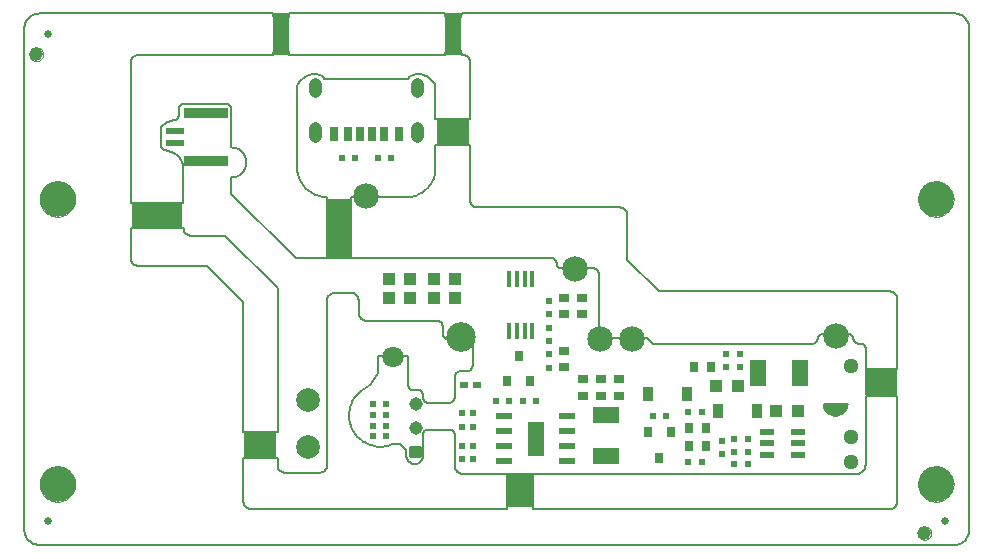
<source format=gts>
G75*
G70*
%OFA0B0*%
%FSLAX24Y24*%
%IPPOS*%
%LPD*%
%AMOC8*
5,1,8,0,0,1.08239X$1,22.5*
%
%ADD10C,0.0050*%
%ADD11R,0.1650X0.0850*%
%ADD12R,0.1100X0.0850*%
%ADD13R,0.0850X0.1150*%
%ADD14C,0.0000*%
%ADD15C,0.1181*%
%ADD16R,0.0550X0.1400*%
%ADD17R,0.0810X0.2000*%
%ADD18R,0.1050X0.0850*%
%ADD19R,0.0197X0.0220*%
%ADD20R,0.0220X0.0197*%
%ADD21R,0.0315X0.0472*%
%ADD22R,0.0250X0.0472*%
%ADD23C,0.0004*%
%ADD24C,0.0433*%
%ADD25C,0.0450*%
%ADD26C,0.0709*%
%ADD27C,0.0120*%
%ADD28R,0.0600X0.0236*%
%ADD29R,0.1450X0.0350*%
%ADD30C,0.0250*%
%ADD31C,0.0850*%
%ADD32R,0.0394X0.0433*%
%ADD33C,0.0984*%
%ADD34C,0.0512*%
%ADD35C,0.0787*%
%ADD36R,0.0250X0.0197*%
%ADD37R,0.0472X0.0217*%
%ADD38R,0.0358X0.0480*%
%ADD39R,0.0551X0.0906*%
%ADD40R,0.0157X0.0551*%
%ADD41R,0.0354X0.0250*%
%ADD42R,0.0315X0.0354*%
%ADD43C,0.0454*%
%ADD44R,0.0250X0.0354*%
%ADD45R,0.0551X0.0236*%
%ADD46R,0.0551X0.1181*%
%ADD47R,0.0906X0.0551*%
D10*
X001427Y000927D02*
X031912Y000927D01*
X031957Y000928D01*
X032000Y000934D01*
X032044Y000943D01*
X032086Y000956D01*
X032127Y000972D01*
X032166Y000992D01*
X032204Y001015D01*
X032239Y001042D01*
X032272Y001071D01*
X032302Y001104D01*
X032329Y001138D01*
X032353Y001175D01*
X032374Y001214D01*
X032392Y001255D01*
X032405Y001297D01*
X032415Y001340D01*
X032422Y001383D01*
X032424Y001427D01*
X032423Y001427D02*
X032423Y018144D01*
X032424Y018145D02*
X032421Y018188D01*
X032415Y018232D01*
X032405Y018275D01*
X032391Y018317D01*
X032374Y018357D01*
X032353Y018396D01*
X032329Y018433D01*
X032302Y018468D01*
X032271Y018500D01*
X032239Y018529D01*
X032203Y018555D01*
X032166Y018579D01*
X032127Y018598D01*
X032086Y018615D01*
X032043Y018627D01*
X032000Y018636D01*
X031957Y018642D01*
X031912Y018643D01*
X031912Y018642D02*
X015500Y018642D01*
X015500Y018614D01*
X015496Y018586D01*
X015489Y018559D01*
X015478Y018533D01*
X015464Y018509D01*
X015447Y018487D01*
X015427Y018467D01*
X015405Y018450D01*
X015381Y018436D01*
X015355Y018425D01*
X015328Y018418D01*
X015300Y018414D01*
X015150Y018414D01*
X015122Y018418D01*
X015095Y018425D01*
X015069Y018436D01*
X015045Y018450D01*
X015023Y018467D01*
X015003Y018487D01*
X014986Y018509D01*
X014972Y018533D01*
X014961Y018559D01*
X014954Y018586D01*
X014950Y018614D01*
X014950Y018642D01*
X009762Y018642D01*
X009762Y018614D01*
X009758Y018586D01*
X009751Y018559D01*
X009740Y018533D01*
X009726Y018509D01*
X009709Y018487D01*
X009689Y018467D01*
X009667Y018450D01*
X009643Y018436D01*
X009617Y018425D01*
X009590Y018418D01*
X009562Y018414D01*
X009412Y018414D01*
X009413Y018414D02*
X009384Y018418D01*
X009357Y018425D01*
X009331Y018435D01*
X009306Y018449D01*
X009283Y018466D01*
X009263Y018486D01*
X009245Y018508D01*
X009231Y018533D01*
X009219Y018559D01*
X009212Y018586D01*
X009208Y018614D01*
X009207Y018642D01*
X001427Y018642D01*
X001383Y018640D01*
X001340Y018635D01*
X001298Y018625D01*
X001256Y018612D01*
X001216Y018596D01*
X001177Y018576D01*
X001141Y018552D01*
X001106Y018526D01*
X001074Y018497D01*
X001044Y018465D01*
X001018Y018430D01*
X000994Y018393D01*
X000974Y018355D01*
X000957Y018315D01*
X000944Y018273D01*
X000935Y018231D01*
X000929Y018187D01*
X000927Y018144D01*
X000927Y001427D01*
X000929Y001383D01*
X000935Y001340D01*
X000944Y001298D01*
X000957Y001256D01*
X000974Y001216D01*
X000994Y001177D01*
X001017Y001140D01*
X001044Y001106D01*
X001073Y001073D01*
X001106Y001044D01*
X001140Y001017D01*
X001177Y000994D01*
X001216Y000974D01*
X001256Y000957D01*
X001298Y000944D01*
X001340Y000935D01*
X001383Y000929D01*
X001427Y000927D01*
X008225Y002376D02*
X008225Y003826D01*
X009365Y003826D01*
X009365Y003586D01*
X009367Y003556D01*
X009372Y003526D01*
X009381Y003497D01*
X009394Y003470D01*
X009409Y003444D01*
X009428Y003420D01*
X009449Y003399D01*
X009473Y003380D01*
X009499Y003365D01*
X009526Y003352D01*
X009555Y003343D01*
X009585Y003338D01*
X009615Y003336D01*
X010765Y003336D01*
X010795Y003338D01*
X010825Y003343D01*
X010854Y003352D01*
X010881Y003365D01*
X010907Y003380D01*
X010931Y003399D01*
X010952Y003420D01*
X010971Y003444D01*
X010986Y003470D01*
X010999Y003497D01*
X011008Y003526D01*
X011013Y003556D01*
X011015Y003586D01*
X011015Y009086D01*
X011017Y009116D01*
X011022Y009146D01*
X011031Y009175D01*
X011044Y009202D01*
X011059Y009228D01*
X011078Y009252D01*
X011099Y009273D01*
X011123Y009292D01*
X011149Y009307D01*
X011176Y009320D01*
X011205Y009329D01*
X011235Y009334D01*
X011265Y009336D01*
X011815Y009336D01*
X011845Y009334D01*
X011875Y009329D01*
X011904Y009320D01*
X011931Y009307D01*
X011957Y009292D01*
X011981Y009273D01*
X012002Y009252D01*
X012021Y009228D01*
X012036Y009202D01*
X012049Y009175D01*
X012058Y009146D01*
X012063Y009116D01*
X012065Y009086D01*
X012065Y008686D01*
X012067Y008652D01*
X012073Y008619D01*
X012082Y008587D01*
X012095Y008556D01*
X012111Y008526D01*
X012130Y008499D01*
X012153Y008474D01*
X012178Y008451D01*
X012205Y008432D01*
X012235Y008416D01*
X012266Y008403D01*
X012298Y008394D01*
X012331Y008388D01*
X012365Y008386D01*
X014715Y008386D01*
X014738Y008384D01*
X014761Y008379D01*
X014783Y008370D01*
X014803Y008357D01*
X014821Y008342D01*
X014836Y008324D01*
X014849Y008304D01*
X014858Y008282D01*
X014863Y008259D01*
X014865Y008236D01*
X014865Y007986D01*
X014865Y007985D02*
X014868Y007957D01*
X014876Y007930D01*
X014887Y007904D01*
X014901Y007880D01*
X014919Y007858D01*
X014939Y007838D01*
X014961Y007821D01*
X014986Y007807D01*
X015012Y007796D01*
X015039Y007789D01*
X015067Y007785D01*
X015096Y007786D01*
X015665Y007786D01*
X015691Y007784D01*
X015717Y007779D01*
X015742Y007771D01*
X015765Y007759D01*
X015787Y007745D01*
X015806Y007727D01*
X015824Y007708D01*
X015838Y007686D01*
X015850Y007663D01*
X015858Y007638D01*
X015863Y007612D01*
X015865Y007586D01*
X015865Y006896D01*
X015861Y006869D01*
X015854Y006843D01*
X015843Y006818D01*
X015829Y006795D01*
X015812Y006774D01*
X015792Y006756D01*
X015769Y006741D01*
X015745Y006729D01*
X015719Y006721D01*
X015692Y006717D01*
X015665Y006716D01*
X015465Y006716D01*
X015439Y006714D01*
X015413Y006709D01*
X015388Y006701D01*
X015365Y006689D01*
X015343Y006675D01*
X015324Y006657D01*
X015306Y006638D01*
X015292Y006616D01*
X015280Y006593D01*
X015272Y006568D01*
X015267Y006542D01*
X015265Y006516D01*
X015265Y005830D01*
X015262Y005806D01*
X015256Y005784D01*
X015247Y005762D01*
X015235Y005742D01*
X015220Y005724D01*
X015203Y005708D01*
X015183Y005695D01*
X015162Y005685D01*
X015140Y005678D01*
X015117Y005674D01*
X015094Y005673D01*
X015093Y005673D02*
X014360Y005673D01*
X014360Y005674D02*
X014337Y005678D01*
X014315Y005685D01*
X014294Y005695D01*
X014275Y005708D01*
X014258Y005724D01*
X014244Y005742D01*
X014232Y005762D01*
X014223Y005783D01*
X014217Y005805D01*
X014214Y005828D01*
X014215Y005851D01*
X014215Y005913D01*
X014215Y005914D02*
X014215Y005937D01*
X014211Y005960D01*
X014205Y005982D01*
X014195Y006003D01*
X014183Y006022D01*
X014168Y006039D01*
X014150Y006054D01*
X014131Y006067D01*
X014110Y006076D01*
X014088Y006082D01*
X014065Y006086D01*
X013875Y006086D01*
X013875Y006087D02*
X013852Y006090D01*
X013830Y006097D01*
X013809Y006107D01*
X013789Y006120D01*
X013772Y006136D01*
X013756Y006153D01*
X013744Y006173D01*
X013735Y006195D01*
X013728Y006217D01*
X013725Y006240D01*
X013726Y006264D01*
X013725Y006263D02*
X013725Y007213D01*
X012725Y007213D01*
X012725Y006713D01*
X012704Y006656D01*
X012681Y006600D01*
X012654Y006546D01*
X012624Y006493D01*
X012592Y006442D01*
X012556Y006393D01*
X012518Y006346D01*
X012478Y006301D01*
X012435Y006258D01*
X012389Y006218D01*
X012341Y006181D01*
X012292Y006146D01*
X012240Y006114D01*
X012187Y006085D01*
X012187Y006086D02*
X012137Y006048D01*
X012089Y006007D01*
X012044Y005963D01*
X012002Y005917D01*
X011962Y005868D01*
X011926Y005816D01*
X011893Y005763D01*
X011863Y005708D01*
X011836Y005651D01*
X011813Y005592D01*
X011794Y005532D01*
X011778Y005471D01*
X011766Y005410D01*
X011757Y005347D01*
X011753Y005284D01*
X011752Y005222D01*
X011755Y005159D01*
X011762Y005096D01*
X011773Y005034D01*
X011787Y004973D01*
X011805Y004913D01*
X011827Y004854D01*
X011852Y004796D01*
X011881Y004740D01*
X011913Y004686D01*
X011948Y004634D01*
X011986Y004584D01*
X012027Y004536D01*
X012072Y004491D01*
X012118Y004449D01*
X012167Y004410D01*
X012219Y004374D01*
X012272Y004341D01*
X012328Y004311D01*
X012385Y004285D01*
X012443Y004262D01*
X012503Y004243D01*
X012564Y004227D01*
X012626Y004215D01*
X012688Y004207D01*
X012751Y004203D01*
X012814Y004202D01*
X012877Y004206D01*
X012939Y004213D01*
X013001Y004224D01*
X013063Y004238D01*
X013123Y004256D01*
X013182Y004278D01*
X013239Y004304D01*
X013240Y004303D02*
X013460Y004303D01*
X013660Y004103D01*
X013660Y003903D01*
X013659Y003903D02*
X013661Y003871D01*
X013666Y003839D01*
X013676Y003808D01*
X013689Y003778D01*
X013705Y003750D01*
X013724Y003724D01*
X013746Y003701D01*
X013771Y003680D01*
X013798Y003662D01*
X013827Y003648D01*
X013857Y003637D01*
X013889Y003629D01*
X013921Y003625D01*
X013953Y003625D01*
X013985Y003629D01*
X014017Y003637D01*
X014047Y003648D01*
X014076Y003662D01*
X014103Y003680D01*
X014128Y003701D01*
X014150Y003724D01*
X014169Y003750D01*
X014185Y003778D01*
X014198Y003808D01*
X014208Y003839D01*
X014213Y003871D01*
X014215Y003903D01*
X014215Y004625D01*
X014218Y004648D01*
X014225Y004670D01*
X014235Y004691D01*
X014248Y004711D01*
X014263Y004728D01*
X014281Y004743D01*
X014301Y004755D01*
X014322Y004765D01*
X014345Y004771D01*
X014368Y004774D01*
X014391Y004773D01*
X015115Y004773D01*
X015138Y004770D01*
X015160Y004763D01*
X015180Y004754D01*
X015200Y004742D01*
X015217Y004727D01*
X015232Y004710D01*
X015245Y004691D01*
X015254Y004670D01*
X015261Y004648D01*
X015264Y004626D01*
X015265Y004603D01*
X015265Y003586D01*
X015267Y003552D01*
X015273Y003519D01*
X015282Y003487D01*
X015295Y003456D01*
X015311Y003426D01*
X015330Y003399D01*
X015353Y003374D01*
X015378Y003351D01*
X015405Y003332D01*
X015435Y003316D01*
X015466Y003303D01*
X015498Y003294D01*
X015531Y003288D01*
X015565Y003286D01*
X017025Y003286D01*
X017025Y002126D01*
X008475Y002126D01*
X008445Y002128D01*
X008415Y002133D01*
X008386Y002142D01*
X008359Y002155D01*
X008333Y002170D01*
X008309Y002189D01*
X008288Y002210D01*
X008269Y002234D01*
X008254Y002260D01*
X008241Y002287D01*
X008232Y002316D01*
X008227Y002346D01*
X008225Y002376D01*
X008225Y004676D02*
X009365Y004676D01*
X009365Y009486D01*
X007615Y011236D01*
X006515Y011236D01*
X006485Y011235D01*
X006455Y011237D01*
X006426Y011243D01*
X006398Y011252D01*
X006370Y011263D01*
X006344Y011278D01*
X006320Y011296D01*
X006299Y011316D01*
X006279Y011339D01*
X006262Y011364D01*
X006248Y011390D01*
X006237Y011418D01*
X006230Y011447D01*
X006225Y011476D01*
X004475Y011476D01*
X004475Y010476D01*
X004477Y010446D01*
X004482Y010416D01*
X004491Y010387D01*
X004504Y010360D01*
X004519Y010334D01*
X004538Y010310D01*
X004559Y010289D01*
X004583Y010270D01*
X004609Y010255D01*
X004636Y010242D01*
X004665Y010233D01*
X004695Y010228D01*
X004725Y010226D01*
X007025Y010226D01*
X008225Y009026D01*
X008225Y004676D01*
X017875Y003286D02*
X017875Y002126D01*
X029775Y002126D01*
X029805Y002128D01*
X029835Y002133D01*
X029864Y002142D01*
X029891Y002155D01*
X029917Y002170D01*
X029941Y002189D01*
X029962Y002210D01*
X029981Y002234D01*
X029996Y002260D01*
X030009Y002287D01*
X030018Y002316D01*
X030023Y002346D01*
X030025Y002376D01*
X030025Y005901D01*
X028965Y005901D01*
X028965Y003636D01*
X028966Y003602D01*
X028963Y003568D01*
X028957Y003534D01*
X028947Y003502D01*
X028934Y003470D01*
X028918Y003440D01*
X028898Y003412D01*
X028876Y003386D01*
X028851Y003363D01*
X028824Y003342D01*
X028795Y003324D01*
X028764Y003310D01*
X028732Y003298D01*
X028699Y003290D01*
X028665Y003286D01*
X017875Y003286D01*
X021865Y007636D02*
X021665Y007836D01*
X020325Y007836D01*
X020295Y007838D01*
X020265Y007843D01*
X020236Y007852D01*
X020209Y007865D01*
X020183Y007880D01*
X020159Y007899D01*
X020138Y007920D01*
X020119Y007944D01*
X020104Y007970D01*
X020091Y007997D01*
X020082Y008026D01*
X020077Y008056D01*
X020075Y008086D01*
X020075Y009955D01*
X020072Y009983D01*
X020066Y010009D01*
X020056Y010035D01*
X020043Y010059D01*
X020027Y010081D01*
X020008Y010101D01*
X019986Y010118D01*
X019963Y010132D01*
X019938Y010143D01*
X019912Y010151D01*
X019885Y010155D01*
X019858Y010156D01*
X019858Y010155D02*
X018821Y010155D01*
X018798Y010157D01*
X018776Y010162D01*
X018755Y010170D01*
X018735Y010182D01*
X018718Y010197D01*
X018703Y010214D01*
X018690Y010234D01*
X018681Y010255D01*
X018676Y010277D01*
X018674Y010300D01*
X018675Y010299D02*
X018674Y010325D01*
X018670Y010349D01*
X018663Y010374D01*
X018652Y010396D01*
X018638Y010417D01*
X018621Y010436D01*
X018602Y010452D01*
X018580Y010466D01*
X018557Y010476D01*
X018533Y010483D01*
X018508Y010486D01*
X011825Y010486D01*
X011825Y012524D01*
X013725Y012524D01*
X013724Y012525D02*
X013785Y012530D01*
X013846Y012540D01*
X013905Y012553D01*
X013964Y012570D01*
X014022Y012590D01*
X014078Y012615D01*
X014132Y012642D01*
X014185Y012673D01*
X014235Y012708D01*
X014283Y012745D01*
X014329Y012786D01*
X014372Y012829D01*
X014413Y012875D01*
X014450Y012924D01*
X014484Y012974D01*
X014515Y013027D01*
X014542Y013082D01*
X014566Y013138D01*
X014586Y013196D01*
X014603Y013255D01*
X014616Y013314D01*
X014625Y013375D01*
X014625Y013374D02*
X014625Y014264D01*
X015785Y014264D01*
X015785Y012426D01*
X015787Y012396D01*
X015792Y012366D01*
X015801Y012337D01*
X015814Y012310D01*
X015829Y012284D01*
X015848Y012260D01*
X015869Y012239D01*
X015893Y012220D01*
X015919Y012205D01*
X015946Y012192D01*
X015975Y012183D01*
X016005Y012178D01*
X016035Y012176D01*
X020775Y012176D01*
X020805Y012174D01*
X020835Y012169D01*
X020864Y012160D01*
X020891Y012147D01*
X020917Y012132D01*
X020941Y012113D01*
X020962Y012092D01*
X020981Y012068D01*
X020996Y012042D01*
X021009Y012015D01*
X021018Y011986D01*
X021023Y011956D01*
X021025Y011926D01*
X021025Y010436D01*
X022075Y009376D01*
X029775Y009376D01*
X029805Y009374D01*
X029835Y009369D01*
X029864Y009360D01*
X029891Y009347D01*
X029917Y009332D01*
X029941Y009313D01*
X029962Y009292D01*
X029981Y009268D01*
X029996Y009242D01*
X030009Y009215D01*
X030018Y009186D01*
X030023Y009156D01*
X030025Y009126D01*
X030025Y006801D01*
X028965Y006801D01*
X028965Y007455D01*
X028966Y007479D01*
X028964Y007502D01*
X028958Y007524D01*
X028949Y007546D01*
X028938Y007566D01*
X028923Y007584D01*
X028906Y007600D01*
X028887Y007614D01*
X028866Y007624D01*
X028844Y007632D01*
X028822Y007636D01*
X028821Y007636D02*
X028758Y007636D01*
X028732Y007635D01*
X028706Y007639D01*
X028680Y007646D01*
X028656Y007657D01*
X028634Y007671D01*
X028614Y007688D01*
X028596Y007708D01*
X028582Y007730D01*
X028570Y007753D01*
X028563Y007779D01*
X028559Y007805D01*
X028558Y007805D02*
X028556Y007828D01*
X028551Y007851D01*
X028542Y007873D01*
X028529Y007893D01*
X028514Y007911D01*
X028496Y007926D01*
X028476Y007939D01*
X028454Y007948D01*
X028431Y007953D01*
X028408Y007955D01*
X027521Y007955D01*
X027498Y007953D01*
X027475Y007948D01*
X027453Y007939D01*
X027433Y007926D01*
X027415Y007911D01*
X027400Y007893D01*
X027387Y007873D01*
X027378Y007851D01*
X027373Y007828D01*
X027371Y007805D01*
X027367Y007779D01*
X027360Y007753D01*
X027348Y007730D01*
X027334Y007708D01*
X027316Y007688D01*
X027296Y007671D01*
X027274Y007657D01*
X027250Y007646D01*
X027224Y007639D01*
X027198Y007635D01*
X027172Y007636D01*
X027171Y007636D02*
X021865Y007636D01*
X027565Y005636D02*
X027572Y005562D01*
X027592Y005491D01*
X027625Y005425D01*
X027669Y005366D01*
X027724Y005316D01*
X027787Y005278D01*
X027855Y005251D01*
X027928Y005237D01*
X028002Y005237D01*
X028074Y005251D01*
X028143Y005278D01*
X028206Y005316D01*
X028260Y005366D01*
X028305Y005425D01*
X028338Y005491D01*
X028358Y005562D01*
X028365Y005636D01*
X027565Y005636D01*
X027565Y005632D02*
X028364Y005632D01*
X028360Y005583D02*
X027570Y005583D01*
X027579Y005535D02*
X028350Y005535D01*
X028335Y005486D02*
X027594Y005486D01*
X027618Y005438D02*
X028311Y005438D01*
X028278Y005389D02*
X027652Y005389D01*
X027697Y005341D02*
X028233Y005341D01*
X028167Y005292D02*
X027763Y005292D01*
X027893Y005244D02*
X028037Y005244D01*
X015785Y015114D02*
X014625Y015114D01*
X014625Y016238D01*
X014605Y016282D01*
X014581Y016324D01*
X014554Y016364D01*
X014524Y016402D01*
X014491Y016437D01*
X014455Y016470D01*
X014417Y016500D01*
X014377Y016527D01*
X014334Y016550D01*
X014290Y016570D01*
X014245Y016587D01*
X014198Y016600D01*
X014151Y016609D01*
X014103Y016614D01*
X014054Y016616D01*
X014006Y016614D01*
X013958Y016608D01*
X013911Y016598D01*
X013864Y016585D01*
X013819Y016568D01*
X013718Y016474D02*
X010928Y016474D01*
X010917Y016494D01*
X010903Y016513D01*
X010888Y016530D01*
X010870Y016545D01*
X010851Y016558D01*
X010831Y016568D01*
X010025Y016238D02*
X010025Y013374D01*
X010024Y013374D02*
X010034Y013315D01*
X010048Y013256D01*
X010066Y013198D01*
X010087Y013142D01*
X010111Y013087D01*
X010139Y013033D01*
X010170Y012982D01*
X010204Y012932D01*
X010240Y012884D01*
X010280Y012839D01*
X010322Y012796D01*
X010367Y012756D01*
X010415Y012719D01*
X010464Y012684D01*
X010515Y012653D01*
X010569Y012625D01*
X010623Y012600D01*
X010680Y012578D01*
X010737Y012560D01*
X010795Y012546D01*
X010855Y012535D01*
X010914Y012527D01*
X010974Y012524D01*
X010975Y012524D02*
X011025Y012524D01*
X011025Y010486D01*
X009965Y010486D01*
X007825Y012636D01*
X007825Y013176D01*
X007869Y013178D01*
X007912Y013184D01*
X007954Y013193D01*
X007996Y013206D01*
X008036Y013223D01*
X008075Y013243D01*
X008112Y013266D01*
X008146Y013293D01*
X008179Y013322D01*
X008208Y013355D01*
X008235Y013389D01*
X008258Y013426D01*
X008278Y013465D01*
X008295Y013505D01*
X008308Y013547D01*
X008317Y013589D01*
X008323Y013632D01*
X008325Y013676D01*
X008323Y013720D01*
X008317Y013763D01*
X008308Y013805D01*
X008295Y013847D01*
X008278Y013887D01*
X008258Y013926D01*
X008235Y013963D01*
X008208Y013997D01*
X008179Y014030D01*
X008146Y014059D01*
X008112Y014086D01*
X008075Y014109D01*
X008036Y014129D01*
X007996Y014146D01*
X007954Y014159D01*
X007912Y014168D01*
X007869Y014174D01*
X007825Y014176D01*
X007825Y015476D01*
X007823Y015499D01*
X007818Y015522D01*
X007809Y015544D01*
X007796Y015564D01*
X007781Y015582D01*
X007763Y015597D01*
X007743Y015610D01*
X007721Y015619D01*
X007698Y015624D01*
X007675Y015626D01*
X006225Y015626D01*
X006202Y015624D01*
X006179Y015619D01*
X006157Y015610D01*
X006137Y015597D01*
X006119Y015582D01*
X006104Y015564D01*
X006091Y015544D01*
X006082Y015522D01*
X006077Y015499D01*
X006075Y015476D01*
X006075Y015226D01*
X005925Y015076D02*
X005625Y014976D01*
X005599Y014967D01*
X005574Y014955D01*
X005551Y014939D01*
X005530Y014921D01*
X005512Y014900D01*
X005496Y014877D01*
X005484Y014852D01*
X005475Y014826D01*
X005475Y014226D01*
X005484Y014200D01*
X005496Y014175D01*
X005512Y014152D01*
X005530Y014131D01*
X005551Y014113D01*
X005574Y014097D01*
X005599Y014085D01*
X005625Y014076D01*
X005925Y013976D01*
X006225Y013526D02*
X006225Y012326D01*
X004475Y012326D01*
X004475Y017014D01*
X004477Y017044D01*
X004482Y017074D01*
X004491Y017103D01*
X004504Y017130D01*
X004519Y017156D01*
X004538Y017180D01*
X004559Y017201D01*
X004583Y017220D01*
X004609Y017235D01*
X004636Y017248D01*
X004665Y017257D01*
X004695Y017262D01*
X004725Y017264D01*
X009207Y017264D01*
X009207Y017265D02*
X009208Y017293D01*
X009212Y017321D01*
X009219Y017348D01*
X009231Y017374D01*
X009245Y017399D01*
X009263Y017421D01*
X009283Y017441D01*
X009306Y017458D01*
X009331Y017472D01*
X009357Y017482D01*
X009384Y017489D01*
X009413Y017493D01*
X009412Y017492D02*
X009562Y017492D01*
X009590Y017488D01*
X009617Y017481D01*
X009643Y017470D01*
X009667Y017456D01*
X009689Y017439D01*
X009709Y017419D01*
X009726Y017397D01*
X009740Y017373D01*
X009751Y017347D01*
X009758Y017320D01*
X009762Y017292D01*
X009762Y017264D01*
X014950Y017264D01*
X014950Y017292D01*
X014954Y017320D01*
X014961Y017347D01*
X014972Y017373D01*
X014986Y017397D01*
X015003Y017419D01*
X015023Y017439D01*
X015045Y017456D01*
X015069Y017470D01*
X015095Y017481D01*
X015122Y017488D01*
X015150Y017492D01*
X015300Y017492D01*
X015328Y017488D01*
X015355Y017481D01*
X015381Y017470D01*
X015405Y017456D01*
X015427Y017439D01*
X015447Y017419D01*
X015464Y017397D01*
X015478Y017373D01*
X015489Y017347D01*
X015496Y017320D01*
X015500Y017292D01*
X015500Y017264D01*
X015545Y017264D01*
X015574Y017262D01*
X015603Y017256D01*
X015632Y017246D01*
X015658Y017234D01*
X015683Y017218D01*
X015706Y017199D01*
X015727Y017178D01*
X015744Y017154D01*
X015759Y017128D01*
X015771Y017101D01*
X015779Y017073D01*
X015784Y017044D01*
X015785Y017014D01*
X015785Y015114D01*
X013818Y016568D02*
X013798Y016558D01*
X013778Y016545D01*
X013760Y016530D01*
X013744Y016513D01*
X013730Y016494D01*
X013719Y016474D01*
X010831Y016568D02*
X010786Y016585D01*
X010739Y016598D01*
X010692Y016608D01*
X010644Y016614D01*
X010596Y016616D01*
X010547Y016614D01*
X010499Y016609D01*
X010452Y016600D01*
X010405Y016587D01*
X010360Y016570D01*
X010316Y016550D01*
X010273Y016527D01*
X010233Y016500D01*
X010195Y016470D01*
X010159Y016437D01*
X010126Y016402D01*
X010096Y016364D01*
X010069Y016324D01*
X010045Y016282D01*
X010025Y016238D01*
X006075Y015226D02*
X006062Y015197D01*
X006046Y015171D01*
X006027Y015146D01*
X006005Y015124D01*
X005980Y015105D01*
X005954Y015089D01*
X005925Y015076D01*
X005925Y013976D02*
X005963Y013950D01*
X006000Y013922D01*
X006035Y013891D01*
X006067Y013857D01*
X006097Y013822D01*
X006125Y013784D01*
X006149Y013744D01*
X006170Y013703D01*
X006189Y013660D01*
X006204Y013616D01*
X006216Y013571D01*
X006225Y013526D01*
D11*
X005350Y011901D03*
D12*
X008775Y004251D03*
X029475Y006351D03*
D13*
X017450Y002751D03*
D14*
X030698Y001321D02*
X030700Y001351D01*
X030706Y001380D01*
X030715Y001408D01*
X030728Y001434D01*
X030745Y001459D01*
X030764Y001482D01*
X030787Y001501D01*
X030811Y001518D01*
X030838Y001531D01*
X030866Y001540D01*
X030895Y001546D01*
X030925Y001548D01*
X030955Y001546D01*
X030984Y001540D01*
X031012Y001531D01*
X031038Y001518D01*
X031063Y001501D01*
X031086Y001482D01*
X031105Y001459D01*
X031122Y001435D01*
X031135Y001408D01*
X031144Y001380D01*
X031150Y001351D01*
X031152Y001321D01*
X031150Y001291D01*
X031144Y001262D01*
X031135Y001234D01*
X031122Y001208D01*
X031105Y001183D01*
X031086Y001160D01*
X031063Y001141D01*
X031039Y001124D01*
X031012Y001111D01*
X030984Y001102D01*
X030955Y001096D01*
X030925Y001094D01*
X030895Y001096D01*
X030866Y001102D01*
X030838Y001111D01*
X030812Y001124D01*
X030787Y001141D01*
X030764Y001160D01*
X030745Y001183D01*
X030728Y001207D01*
X030715Y001234D01*
X030706Y001262D01*
X030700Y001291D01*
X030698Y001321D01*
X030718Y002959D02*
X030720Y003007D01*
X030726Y003055D01*
X030736Y003102D01*
X030749Y003148D01*
X030767Y003193D01*
X030787Y003237D01*
X030812Y003279D01*
X030840Y003318D01*
X030870Y003355D01*
X030904Y003389D01*
X030941Y003421D01*
X030979Y003450D01*
X031020Y003475D01*
X031063Y003497D01*
X031108Y003515D01*
X031154Y003529D01*
X031201Y003540D01*
X031249Y003547D01*
X031297Y003550D01*
X031345Y003549D01*
X031393Y003544D01*
X031441Y003535D01*
X031487Y003523D01*
X031532Y003506D01*
X031576Y003486D01*
X031618Y003463D01*
X031658Y003436D01*
X031696Y003406D01*
X031731Y003373D01*
X031763Y003337D01*
X031793Y003299D01*
X031819Y003258D01*
X031841Y003215D01*
X031861Y003171D01*
X031876Y003126D01*
X031888Y003079D01*
X031896Y003031D01*
X031900Y002983D01*
X031900Y002935D01*
X031896Y002887D01*
X031888Y002839D01*
X031876Y002792D01*
X031861Y002747D01*
X031841Y002703D01*
X031819Y002660D01*
X031793Y002619D01*
X031763Y002581D01*
X031731Y002545D01*
X031696Y002512D01*
X031658Y002482D01*
X031618Y002455D01*
X031576Y002432D01*
X031532Y002412D01*
X031487Y002395D01*
X031441Y002383D01*
X031393Y002374D01*
X031345Y002369D01*
X031297Y002368D01*
X031249Y002371D01*
X031201Y002378D01*
X031154Y002389D01*
X031108Y002403D01*
X031063Y002421D01*
X031020Y002443D01*
X030979Y002468D01*
X030941Y002497D01*
X030904Y002529D01*
X030870Y002563D01*
X030840Y002600D01*
X030812Y002639D01*
X030787Y002681D01*
X030767Y002725D01*
X030749Y002770D01*
X030736Y002816D01*
X030726Y002863D01*
X030720Y002911D01*
X030718Y002959D01*
X030718Y012459D02*
X030720Y012507D01*
X030726Y012555D01*
X030736Y012602D01*
X030749Y012648D01*
X030767Y012693D01*
X030787Y012737D01*
X030812Y012779D01*
X030840Y012818D01*
X030870Y012855D01*
X030904Y012889D01*
X030941Y012921D01*
X030979Y012950D01*
X031020Y012975D01*
X031063Y012997D01*
X031108Y013015D01*
X031154Y013029D01*
X031201Y013040D01*
X031249Y013047D01*
X031297Y013050D01*
X031345Y013049D01*
X031393Y013044D01*
X031441Y013035D01*
X031487Y013023D01*
X031532Y013006D01*
X031576Y012986D01*
X031618Y012963D01*
X031658Y012936D01*
X031696Y012906D01*
X031731Y012873D01*
X031763Y012837D01*
X031793Y012799D01*
X031819Y012758D01*
X031841Y012715D01*
X031861Y012671D01*
X031876Y012626D01*
X031888Y012579D01*
X031896Y012531D01*
X031900Y012483D01*
X031900Y012435D01*
X031896Y012387D01*
X031888Y012339D01*
X031876Y012292D01*
X031861Y012247D01*
X031841Y012203D01*
X031819Y012160D01*
X031793Y012119D01*
X031763Y012081D01*
X031731Y012045D01*
X031696Y012012D01*
X031658Y011982D01*
X031618Y011955D01*
X031576Y011932D01*
X031532Y011912D01*
X031487Y011895D01*
X031441Y011883D01*
X031393Y011874D01*
X031345Y011869D01*
X031297Y011868D01*
X031249Y011871D01*
X031201Y011878D01*
X031154Y011889D01*
X031108Y011903D01*
X031063Y011921D01*
X031020Y011943D01*
X030979Y011968D01*
X030941Y011997D01*
X030904Y012029D01*
X030870Y012063D01*
X030840Y012100D01*
X030812Y012139D01*
X030787Y012181D01*
X030767Y012225D01*
X030749Y012270D01*
X030736Y012316D01*
X030726Y012363D01*
X030720Y012411D01*
X030718Y012459D01*
X001440Y012459D02*
X001442Y012507D01*
X001448Y012555D01*
X001458Y012602D01*
X001471Y012648D01*
X001489Y012693D01*
X001509Y012737D01*
X001534Y012779D01*
X001562Y012818D01*
X001592Y012855D01*
X001626Y012889D01*
X001663Y012921D01*
X001701Y012950D01*
X001742Y012975D01*
X001785Y012997D01*
X001830Y013015D01*
X001876Y013029D01*
X001923Y013040D01*
X001971Y013047D01*
X002019Y013050D01*
X002067Y013049D01*
X002115Y013044D01*
X002163Y013035D01*
X002209Y013023D01*
X002254Y013006D01*
X002298Y012986D01*
X002340Y012963D01*
X002380Y012936D01*
X002418Y012906D01*
X002453Y012873D01*
X002485Y012837D01*
X002515Y012799D01*
X002541Y012758D01*
X002563Y012715D01*
X002583Y012671D01*
X002598Y012626D01*
X002610Y012579D01*
X002618Y012531D01*
X002622Y012483D01*
X002622Y012435D01*
X002618Y012387D01*
X002610Y012339D01*
X002598Y012292D01*
X002583Y012247D01*
X002563Y012203D01*
X002541Y012160D01*
X002515Y012119D01*
X002485Y012081D01*
X002453Y012045D01*
X002418Y012012D01*
X002380Y011982D01*
X002340Y011955D01*
X002298Y011932D01*
X002254Y011912D01*
X002209Y011895D01*
X002163Y011883D01*
X002115Y011874D01*
X002067Y011869D01*
X002019Y011868D01*
X001971Y011871D01*
X001923Y011878D01*
X001876Y011889D01*
X001830Y011903D01*
X001785Y011921D01*
X001742Y011943D01*
X001701Y011968D01*
X001663Y011997D01*
X001626Y012029D01*
X001592Y012063D01*
X001562Y012100D01*
X001534Y012139D01*
X001509Y012181D01*
X001489Y012225D01*
X001471Y012270D01*
X001458Y012316D01*
X001448Y012363D01*
X001442Y012411D01*
X001440Y012459D01*
X001094Y017283D02*
X001096Y017313D01*
X001102Y017342D01*
X001111Y017370D01*
X001124Y017396D01*
X001141Y017421D01*
X001160Y017444D01*
X001183Y017463D01*
X001207Y017480D01*
X001234Y017493D01*
X001262Y017502D01*
X001291Y017508D01*
X001321Y017510D01*
X001351Y017508D01*
X001380Y017502D01*
X001408Y017493D01*
X001434Y017480D01*
X001459Y017463D01*
X001482Y017444D01*
X001501Y017421D01*
X001518Y017397D01*
X001531Y017370D01*
X001540Y017342D01*
X001546Y017313D01*
X001548Y017283D01*
X001546Y017253D01*
X001540Y017224D01*
X001531Y017196D01*
X001518Y017170D01*
X001501Y017145D01*
X001482Y017122D01*
X001459Y017103D01*
X001435Y017086D01*
X001408Y017073D01*
X001380Y017064D01*
X001351Y017058D01*
X001321Y017056D01*
X001291Y017058D01*
X001262Y017064D01*
X001234Y017073D01*
X001208Y017086D01*
X001183Y017103D01*
X001160Y017122D01*
X001141Y017145D01*
X001124Y017169D01*
X001111Y017196D01*
X001102Y017224D01*
X001096Y017253D01*
X001094Y017283D01*
X001440Y002959D02*
X001442Y003007D01*
X001448Y003055D01*
X001458Y003102D01*
X001471Y003148D01*
X001489Y003193D01*
X001509Y003237D01*
X001534Y003279D01*
X001562Y003318D01*
X001592Y003355D01*
X001626Y003389D01*
X001663Y003421D01*
X001701Y003450D01*
X001742Y003475D01*
X001785Y003497D01*
X001830Y003515D01*
X001876Y003529D01*
X001923Y003540D01*
X001971Y003547D01*
X002019Y003550D01*
X002067Y003549D01*
X002115Y003544D01*
X002163Y003535D01*
X002209Y003523D01*
X002254Y003506D01*
X002298Y003486D01*
X002340Y003463D01*
X002380Y003436D01*
X002418Y003406D01*
X002453Y003373D01*
X002485Y003337D01*
X002515Y003299D01*
X002541Y003258D01*
X002563Y003215D01*
X002583Y003171D01*
X002598Y003126D01*
X002610Y003079D01*
X002618Y003031D01*
X002622Y002983D01*
X002622Y002935D01*
X002618Y002887D01*
X002610Y002839D01*
X002598Y002792D01*
X002583Y002747D01*
X002563Y002703D01*
X002541Y002660D01*
X002515Y002619D01*
X002485Y002581D01*
X002453Y002545D01*
X002418Y002512D01*
X002380Y002482D01*
X002340Y002455D01*
X002298Y002432D01*
X002254Y002412D01*
X002209Y002395D01*
X002163Y002383D01*
X002115Y002374D01*
X002067Y002369D01*
X002019Y002368D01*
X001971Y002371D01*
X001923Y002378D01*
X001876Y002389D01*
X001830Y002403D01*
X001785Y002421D01*
X001742Y002443D01*
X001701Y002468D01*
X001663Y002497D01*
X001626Y002529D01*
X001592Y002563D01*
X001562Y002600D01*
X001534Y002639D01*
X001509Y002681D01*
X001489Y002725D01*
X001471Y002770D01*
X001458Y002816D01*
X001448Y002863D01*
X001442Y002911D01*
X001440Y002959D01*
D15*
X002031Y002959D03*
X002031Y012459D03*
X031309Y012459D03*
X031309Y002959D03*
D16*
X015225Y017942D03*
X009487Y017942D03*
D17*
X011424Y011471D03*
D18*
X015200Y014677D03*
D19*
X018400Y009066D03*
X018400Y008619D03*
X018400Y008166D03*
X018400Y007719D03*
X018400Y007275D03*
X018400Y006829D03*
X015876Y005316D03*
X015516Y005316D03*
X015516Y004870D03*
X015876Y004870D03*
X015876Y004223D03*
X015516Y004223D03*
X015516Y003776D03*
X015876Y003776D03*
X024169Y003960D03*
X024169Y004407D03*
D20*
X024595Y004445D03*
X024595Y004035D03*
X024595Y003625D03*
X025042Y003625D03*
X025042Y004035D03*
X025042Y004445D03*
X023506Y003705D03*
X023059Y003705D03*
X022313Y005215D03*
X021866Y005215D03*
X023059Y005348D03*
X023506Y005348D03*
X024323Y006870D03*
X024323Y007296D03*
X024770Y007296D03*
X024770Y006870D03*
X017995Y005709D03*
X017549Y005709D03*
X017095Y005709D03*
X016649Y005709D03*
X012988Y005626D03*
X012541Y005626D03*
X012541Y005266D03*
X012541Y004906D03*
X012988Y004906D03*
X012988Y005266D03*
X012988Y004546D03*
X012541Y004546D03*
X012701Y013814D03*
X013148Y013814D03*
X011948Y013814D03*
X011501Y013814D03*
D21*
X011726Y014637D03*
X011242Y014637D03*
X012923Y014637D03*
X013407Y014637D03*
D22*
X012522Y014637D03*
X012128Y014637D03*
D23*
X010732Y014566D02*
X010732Y014810D01*
X010730Y014830D01*
X010725Y014849D01*
X010716Y014867D01*
X010704Y014883D01*
X010689Y014896D01*
X010672Y014907D01*
X010654Y014914D01*
X010634Y014918D01*
X010614Y014918D01*
X010594Y014914D01*
X010576Y014907D01*
X010559Y014896D01*
X010544Y014883D01*
X010532Y014867D01*
X010523Y014849D01*
X010518Y014830D01*
X010516Y014810D01*
X010516Y014566D01*
X010518Y014546D01*
X010523Y014527D01*
X010532Y014509D01*
X010544Y014493D01*
X010559Y014480D01*
X010576Y014469D01*
X010594Y014462D01*
X010614Y014458D01*
X010634Y014458D01*
X010654Y014462D01*
X010672Y014469D01*
X010689Y014480D01*
X010704Y014493D01*
X010716Y014509D01*
X010725Y014527D01*
X010730Y014546D01*
X010732Y014566D01*
X010732Y016062D02*
X010732Y016306D01*
X010730Y016326D01*
X010725Y016345D01*
X010716Y016363D01*
X010704Y016379D01*
X010689Y016392D01*
X010672Y016403D01*
X010654Y016410D01*
X010634Y016414D01*
X010614Y016414D01*
X010594Y016410D01*
X010576Y016403D01*
X010559Y016392D01*
X010544Y016379D01*
X010532Y016363D01*
X010523Y016345D01*
X010518Y016326D01*
X010516Y016306D01*
X010516Y016062D01*
X010518Y016042D01*
X010523Y016023D01*
X010532Y016005D01*
X010544Y015989D01*
X010559Y015976D01*
X010576Y015965D01*
X010594Y015958D01*
X010614Y015954D01*
X010634Y015954D01*
X010654Y015958D01*
X010672Y015965D01*
X010689Y015976D01*
X010704Y015989D01*
X010716Y016005D01*
X010725Y016023D01*
X010730Y016042D01*
X010732Y016062D01*
X013917Y016062D02*
X013917Y016306D01*
X013918Y016306D02*
X013920Y016326D01*
X013925Y016345D01*
X013934Y016363D01*
X013946Y016379D01*
X013961Y016392D01*
X013978Y016403D01*
X013996Y016410D01*
X014016Y016414D01*
X014036Y016414D01*
X014056Y016410D01*
X014074Y016403D01*
X014091Y016392D01*
X014106Y016379D01*
X014118Y016363D01*
X014127Y016345D01*
X014132Y016326D01*
X014134Y016306D01*
X014134Y016062D01*
X014132Y016042D01*
X014127Y016023D01*
X014118Y016005D01*
X014106Y015989D01*
X014091Y015976D01*
X014074Y015965D01*
X014056Y015958D01*
X014036Y015954D01*
X014016Y015954D01*
X013996Y015958D01*
X013978Y015965D01*
X013961Y015976D01*
X013946Y015989D01*
X013934Y016005D01*
X013925Y016023D01*
X013920Y016042D01*
X013918Y016062D01*
X013917Y014810D02*
X013917Y014566D01*
X013918Y014566D02*
X013920Y014546D01*
X013925Y014527D01*
X013934Y014509D01*
X013946Y014493D01*
X013961Y014480D01*
X013978Y014469D01*
X013996Y014462D01*
X014016Y014458D01*
X014036Y014458D01*
X014056Y014462D01*
X014074Y014469D01*
X014091Y014480D01*
X014106Y014493D01*
X014118Y014509D01*
X014127Y014527D01*
X014132Y014546D01*
X014134Y014566D01*
X014134Y014810D01*
X014132Y014830D01*
X014127Y014849D01*
X014118Y014867D01*
X014106Y014883D01*
X014091Y014896D01*
X014074Y014907D01*
X014056Y014914D01*
X014036Y014918D01*
X014016Y014918D01*
X013996Y014914D01*
X013978Y014907D01*
X013961Y014896D01*
X013946Y014883D01*
X013934Y014867D01*
X013925Y014849D01*
X013920Y014830D01*
X013918Y014810D01*
D24*
X014026Y014572D02*
X014026Y014572D01*
X014026Y014808D01*
X014026Y014808D01*
X014026Y014572D01*
X014026Y016068D02*
X014026Y016068D01*
X014026Y016304D01*
X014026Y016304D01*
X014026Y016068D01*
X010624Y016068D02*
X010624Y016068D01*
X010624Y016304D01*
X010624Y016304D01*
X010624Y016068D01*
X010624Y014572D02*
X010624Y014572D01*
X010624Y014808D01*
X010624Y014808D01*
X010624Y014572D01*
D25*
X013965Y005616D03*
X013965Y004816D03*
D26*
X013224Y007203D03*
D27*
X013825Y004156D02*
X014105Y004156D01*
X014105Y003876D01*
X013825Y003876D01*
X013825Y004156D01*
X013825Y003995D02*
X014105Y003995D01*
X014105Y004114D02*
X013825Y004114D01*
D28*
X005931Y014329D03*
X005931Y014723D03*
D29*
X006975Y015334D03*
X006975Y013717D03*
D30*
X001715Y017957D03*
X001715Y001715D03*
X031625Y001715D03*
D31*
X021165Y007786D03*
X020115Y007786D03*
X019290Y010111D03*
X012325Y012574D03*
X027965Y007886D03*
D32*
X024699Y006210D03*
X023990Y006210D03*
X025996Y005383D03*
X026706Y005383D03*
X015279Y009150D03*
X014570Y009150D03*
X013779Y009150D03*
X013070Y009150D03*
X013070Y009801D03*
X013779Y009801D03*
X014570Y009800D03*
X015279Y009800D03*
D33*
X015496Y007842D03*
D34*
X028464Y006884D03*
X028464Y004534D03*
X028464Y003684D03*
D35*
X010365Y004186D03*
X010365Y005760D03*
D36*
X015577Y006274D03*
X016017Y006274D03*
D37*
X025677Y004684D03*
X025677Y004310D03*
X025677Y003936D03*
X026700Y003936D03*
X026700Y004310D03*
X026700Y004684D03*
D38*
X025336Y005383D03*
X024047Y005383D03*
X023011Y005956D03*
X021722Y005956D03*
D39*
X025390Y006660D03*
X026787Y006660D03*
D40*
X017859Y008068D03*
X017603Y008068D03*
X017347Y008068D03*
X017091Y008068D03*
X017091Y009800D03*
X017347Y009800D03*
X017603Y009800D03*
X017859Y009800D03*
D41*
X018925Y009174D03*
X018925Y008628D03*
X019525Y008627D03*
X019525Y009174D03*
X018925Y007404D03*
X018925Y006857D03*
X019558Y006450D03*
X019558Y005904D03*
X020161Y005904D03*
X020161Y006450D03*
X020761Y006450D03*
X020761Y005904D03*
D42*
X021722Y004679D03*
X022470Y004679D03*
X022096Y003823D03*
X017774Y006377D03*
X017026Y006377D03*
X017400Y007234D03*
D43*
X030925Y001321D03*
X001321Y017283D03*
D44*
X023251Y006860D03*
X023798Y006860D03*
X023636Y004820D03*
X023089Y004820D03*
X023089Y004213D03*
X023636Y004213D03*
D45*
X019015Y004218D03*
X019015Y004718D03*
X019015Y005218D03*
X016929Y005218D03*
X016929Y004718D03*
X016929Y004218D03*
X016929Y003718D03*
X019015Y003718D03*
D46*
X017972Y004468D03*
D47*
X020329Y003876D03*
X020329Y005274D03*
M02*

</source>
